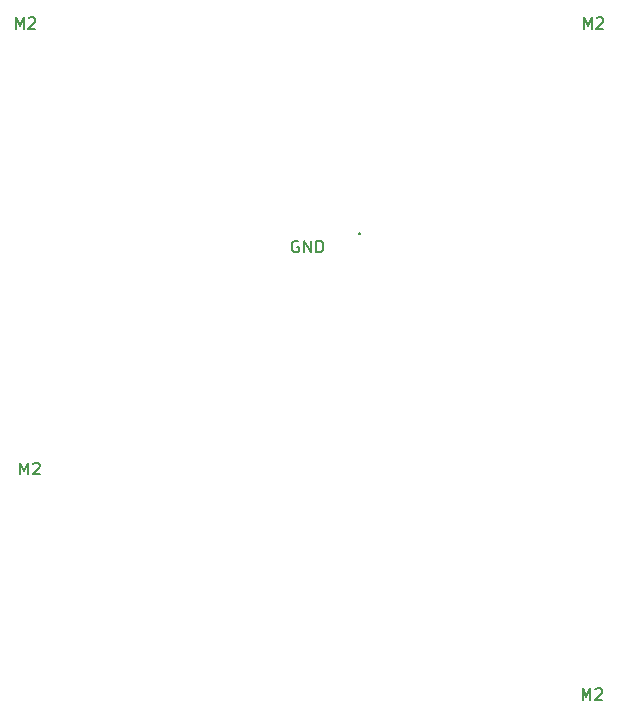
<source format=gbr>
G04 #@! TF.GenerationSoftware,KiCad,Pcbnew,(5.1.10)-1*
G04 #@! TF.CreationDate,2021-08-15T20:32:39-04:00*
G04 #@! TF.ProjectId,plate,706c6174-652e-46b6-9963-61645f706362,rev?*
G04 #@! TF.SameCoordinates,Original*
G04 #@! TF.FileFunction,Legend,Top*
G04 #@! TF.FilePolarity,Positive*
%FSLAX46Y46*%
G04 Gerber Fmt 4.6, Leading zero omitted, Abs format (unit mm)*
G04 Created by KiCad (PCBNEW (5.1.10)-1) date 2021-08-15 20:32:39*
%MOMM*%
%LPD*%
G01*
G04 APERTURE LIST*
%ADD10C,0.150000*%
%ADD11C,2.200000*%
%ADD12C,1.000000*%
G04 APERTURE END LIST*
D10*
X102290476Y-101652380D02*
X102290476Y-100652380D01*
X102623809Y-101366666D01*
X102957142Y-100652380D01*
X102957142Y-101652380D01*
X103385714Y-100747619D02*
X103433333Y-100700000D01*
X103528571Y-100652380D01*
X103766666Y-100652380D01*
X103861904Y-100700000D01*
X103909523Y-100747619D01*
X103957142Y-100842857D01*
X103957142Y-100938095D01*
X103909523Y-101080952D01*
X103338095Y-101652380D01*
X103957142Y-101652380D01*
X149890476Y-120752380D02*
X149890476Y-119752380D01*
X150223809Y-120466666D01*
X150557142Y-119752380D01*
X150557142Y-120752380D01*
X150985714Y-119847619D02*
X151033333Y-119800000D01*
X151128571Y-119752380D01*
X151366666Y-119752380D01*
X151461904Y-119800000D01*
X151509523Y-119847619D01*
X151557142Y-119942857D01*
X151557142Y-120038095D01*
X151509523Y-120180952D01*
X150938095Y-120752380D01*
X151557142Y-120752380D01*
X149990476Y-63952380D02*
X149990476Y-62952380D01*
X150323809Y-63666666D01*
X150657142Y-62952380D01*
X150657142Y-63952380D01*
X151085714Y-63047619D02*
X151133333Y-63000000D01*
X151228571Y-62952380D01*
X151466666Y-62952380D01*
X151561904Y-63000000D01*
X151609523Y-63047619D01*
X151657142Y-63142857D01*
X151657142Y-63238095D01*
X151609523Y-63380952D01*
X151038095Y-63952380D01*
X151657142Y-63952380D01*
X101890476Y-63952380D02*
X101890476Y-62952380D01*
X102223809Y-63666666D01*
X102557142Y-62952380D01*
X102557142Y-63952380D01*
X102985714Y-63047619D02*
X103033333Y-63000000D01*
X103128571Y-62952380D01*
X103366666Y-62952380D01*
X103461904Y-63000000D01*
X103509523Y-63047619D01*
X103557142Y-63142857D01*
X103557142Y-63238095D01*
X103509523Y-63380952D01*
X102938095Y-63952380D01*
X103557142Y-63952380D01*
X125838095Y-81900000D02*
X125742857Y-81852380D01*
X125600000Y-81852380D01*
X125457142Y-81900000D01*
X125361904Y-81995238D01*
X125314285Y-82090476D01*
X125266666Y-82280952D01*
X125266666Y-82423809D01*
X125314285Y-82614285D01*
X125361904Y-82709523D01*
X125457142Y-82804761D01*
X125600000Y-82852380D01*
X125695238Y-82852380D01*
X125838095Y-82804761D01*
X125885714Y-82757142D01*
X125885714Y-82423809D01*
X125695238Y-82423809D01*
X126314285Y-82852380D02*
X126314285Y-81852380D01*
X126885714Y-82852380D01*
X126885714Y-81852380D01*
X127361904Y-82852380D02*
X127361904Y-81852380D01*
X127600000Y-81852380D01*
X127742857Y-81900000D01*
X127838095Y-81995238D01*
X127885714Y-82090476D01*
X127933333Y-82280952D01*
X127933333Y-82423809D01*
X127885714Y-82614285D01*
X127838095Y-82709523D01*
X127742857Y-82804761D01*
X127600000Y-82852380D01*
X127361904Y-82852380D01*
X131003040Y-81217842D02*
X131050659Y-81265461D01*
X131003040Y-81313080D01*
X130955420Y-81265461D01*
X131003040Y-81217842D01*
X131003040Y-81313080D01*
%LPC*%
X155302294Y-94815568D02*
X155302294Y-95815568D01*
X156873722Y-96011997D02*
X153873722Y-95636997D01*
X153873722Y-94208426D01*
X156873722Y-93011997D02*
X156730865Y-93279854D01*
X156588008Y-93404854D01*
X156302294Y-93511997D01*
X155445151Y-93404854D01*
X155159437Y-93226283D01*
X155016580Y-93065568D01*
X154873722Y-92761997D01*
X154873722Y-92333426D01*
X155016580Y-92065568D01*
X155159437Y-91940568D01*
X155445151Y-91833426D01*
X156302294Y-91940568D01*
X156588008Y-92119140D01*
X156730865Y-92279854D01*
X156873722Y-92583426D01*
X156873722Y-93011997D01*
X156873722Y-90726283D02*
X154873722Y-90476283D01*
X155445151Y-90547711D02*
X155159437Y-90369140D01*
X155016580Y-90208426D01*
X154873722Y-89904854D01*
X154873722Y-89619140D01*
X156730865Y-86708426D02*
X156873722Y-86297711D01*
X156873722Y-85583426D01*
X156730865Y-85279854D01*
X156588008Y-85119140D01*
X156302294Y-84940568D01*
X156016580Y-84904854D01*
X155730865Y-85011997D01*
X155588008Y-85136997D01*
X155445151Y-85404854D01*
X155302294Y-85958426D01*
X155159437Y-86226283D01*
X155016580Y-86351283D01*
X154730865Y-86458426D01*
X154445151Y-86422711D01*
X154159437Y-86244140D01*
X154016580Y-86083426D01*
X153873722Y-85779854D01*
X153873722Y-85065568D01*
X154016580Y-84654854D01*
X156730865Y-82422711D02*
X156873722Y-82726283D01*
X156873722Y-83297711D01*
X156730865Y-83565568D01*
X156588008Y-83690568D01*
X156302294Y-83797711D01*
X155445151Y-83690568D01*
X155159437Y-83511997D01*
X155016580Y-83351283D01*
X154873722Y-83047711D01*
X154873722Y-82476283D01*
X155016580Y-82208426D01*
X156873722Y-81154854D02*
X154873722Y-80904854D01*
X153873722Y-80779854D02*
X154016580Y-80940568D01*
X154159437Y-80815568D01*
X154016580Y-80654854D01*
X153873722Y-80779854D01*
X154159437Y-80815568D01*
X156730865Y-78565568D02*
X156873722Y-78869140D01*
X156873722Y-79440568D01*
X156730865Y-79708426D01*
X156445151Y-79815568D01*
X155302294Y-79672711D01*
X155016580Y-79494140D01*
X154873722Y-79190568D01*
X154873722Y-78619140D01*
X155016580Y-78351283D01*
X155302294Y-78244140D01*
X155588008Y-78279854D01*
X155873722Y-79744140D01*
X154873722Y-76904854D02*
X156873722Y-77154854D01*
X155159437Y-76940568D02*
X155016580Y-76779854D01*
X154873722Y-76476283D01*
X154873722Y-76047711D01*
X155016580Y-75779854D01*
X155302294Y-75672711D01*
X156873722Y-75869140D01*
X156730865Y-73136997D02*
X156873722Y-73440568D01*
X156873722Y-74011997D01*
X156730865Y-74279854D01*
X156588008Y-74404854D01*
X156302294Y-74511997D01*
X155445151Y-74404854D01*
X155159437Y-74226283D01*
X155016580Y-74065568D01*
X154873722Y-73761997D01*
X154873722Y-73190568D01*
X155016580Y-72922711D01*
X156730865Y-70708426D02*
X156873722Y-71011997D01*
X156873722Y-71583426D01*
X156730865Y-71851283D01*
X156445151Y-71958426D01*
X155302294Y-71815568D01*
X155016580Y-71636997D01*
X154873722Y-71333426D01*
X154873722Y-70761997D01*
X155016580Y-70494140D01*
X155302294Y-70386997D01*
X155588008Y-70422711D01*
X155873722Y-71886997D01*
D11*
X155496260Y-120484900D03*
D12*
X123000000Y-82000000D03*
D11*
X98500000Y-101500000D03*
X98500000Y-63500000D03*
X155500000Y-63500000D03*
M02*

</source>
